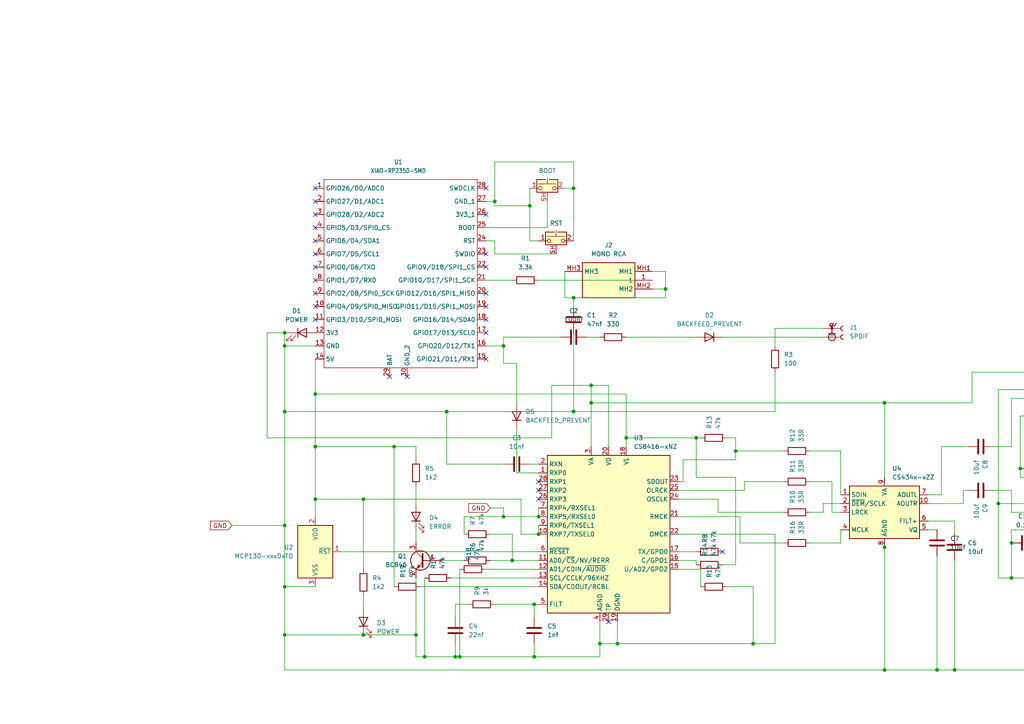
<source format=kicad_sch>
(kicad_sch (version 20231120) (generator "eeschema") (generator_version "8.0")
  (paper "A4")
  (lib_symbols
    (symbol "2466268-1:2466268-1" (pin_names (offset 1.016))
      (property "Reference" "J" (at -6.35 1.524 0))
      (property "Value" "2466268-1" (at -6.604 -6.858 0))
      (symbol "2466268-1_0_0"
        (arc (start -5.715 -3.175) (mid -5.0827 -2.54) (end -5.715 -1.905) (stroke (width 0.254)))
        (arc (start -5.715 -0.635) (mid -5.0827 0) (end -5.715 0.635) (stroke (width 0.254)))
        (circle (center -2.54 -2.54) (radius 0.254) (stroke (width 0.254)))
        (circle (center -2.54 0) (radius 1.016) (stroke (width 0.254)))
        (polyline (pts (xy -3.556 -1.016) (xy -2.54 -1.016)) (stroke (width 0.254)))
        (polyline (pts (xy -3.302 -3.302) (xy -3.81 -4.064)) (stroke (width 0.254)))
        (polyline (pts (xy -2.54 -3.302) (xy -3.302 -3.302)) (stroke (width 0.254)))
        (polyline (pts (xy -2.54 -3.302) (xy -3.048 -4.064)) (stroke (width 0.254)))
        (polyline (pts (xy -2.54 -3.302) (xy -1.778 -3.302)) (stroke (width 0.254)))
        (polyline (pts (xy -2.54 -1.016) (xy -2.54 -3.302)) (stroke (width 0.254)))
        (polyline (pts (xy -2.54 -1.016) (xy -1.524 -1.016)) (stroke (width 0.254)))
        (polyline (pts (xy -1.778 -3.302) (xy -2.286 -4.064)) (stroke (width 0.254)))
        (pin passive line (at 0 0 180) (length 5.08) (name "~") (number "1"))
        (pin power_in line (at 0 -2.54 180) (length 5.08) (name "~") (number "2"))
        (pin power_in line (at 0 -2.54 180) (length 5.08) hide (name "~") (number "3"))
        (pin power_in line (at 0 -2.54 180) (length 5.08) hide (name "~") (number "4"))
        (pin power_in line (at 0 -2.54 180) (length 5.08) hide (name "~") (number "5"))
      )
    )
    (symbol "936:936"
      (property "Reference" "J" (at 21.59 7.62 0))
      (property "Value" "936" (at 21.59 5.08 0))
      (symbol "936_1_1"
        (rectangle (start 5.08 2.54) (end 20.32 -7.62) (stroke (width 0.254)) (fill (type background)))
        (pin passive line (at 25.4 -2.54 180) (length 5.08) (name "1") (number "1"))
        (pin passive line (at 25.4 0 180) (length 5.08) (name "MH1") (number "MH1"))
        (pin passive line (at 25.4 -5.08 180) (length 5.08) (name "MH2") (number "MH2"))
        (pin passive line (at 0 0 0) (length 5.08) (name "MH3") (number "MH3"))
      )
    )
    (symbol "Amplifier_Audio:TPA6203A1DRB"
      (property "Reference" "U" (at -7.62 11.43 0))
      (property "Value" "TPA6203A1DRB" (at 8.89 -11.43 0))
      (symbol "TPA6203A1DRB_0_1"
        (rectangle (start -7.62 10.16) (end 7.62 -10.16) (stroke (width 0.254)) (fill (type background)))
      )
      (symbol "TPA6203A1DRB_1_1"
        (pin input line (at -10.16 0 0) (length 2.54) (name "~{SHUTDOWN}") (number "1"))
        (pin input line (at -10.16 -2.54 0) (length 2.54) (name "BYPASS") (number "2"))
        (pin input line (at -10.16 5.08 0) (length 2.54) (name "IN+") (number "3"))
        (pin input line (at -10.16 7.62 0) (length 2.54) (name "IN-") (number "4"))
        (pin output line (at 10.16 2.54 180) (length 2.54) (name "V_{O+}") (number "5"))
        (pin power_in line (at 0 12.7 270) (length 2.54) (name "V_{DD}") (number "6"))
        (pin power_in line (at 0 -12.7 90) (length 2.54) (name "GND") (number "7"))
        (pin output line (at 10.16 -2.54 180) (length 2.54) (name "V_{O-}") (number "8"))
        (pin passive line (at 0 -12.7 90) (length 2.54) hide (name "GND") (number "9"))
      )
    )
    (symbol "Analog_DAC:CS434x-xZZ"
      (property "Reference" "U" (at -10.16 8.89 0))
      (property "Value" "CS434x-xZZ" (at 6.35 -8.89 0))
      (symbol "CS434x-xZZ_0_1"
        (rectangle (start -10.16 7.62) (end 10.16 -7.62) (stroke (width 0.254)) (fill (type background)))
      )
      (symbol "CS434x-xZZ_1_1"
        (pin input line (at -12.7 5.08 0) (length 2.54) (name "SDIN") (number "1"))
        (pin output line (at 12.7 2.54 180) (length 2.54) (name "AOUTR") (number "10"))
        (pin input line (at -12.7 2.54 0) (length 2.54) (name "~{DEM}/SCLK") (number "2"))
        (pin input line (at -12.7 0 0) (length 2.54) (name "LRCK") (number "3"))
        (pin input line (at -12.7 -5.08 0) (length 2.54) (name "MCLK") (number "4"))
        (pin passive line (at 12.7 -5.08 180) (length 2.54) (name "VQ") (number "5"))
        (pin passive line (at 12.7 -2.54 180) (length 2.54) (name "FILT+") (number "6"))
        (pin output line (at 12.7 5.08 180) (length 2.54) (name "AOUTL") (number "7"))
        (pin power_in line (at 0 -10.16 90) (length 2.54) (name "AGND") (number "8"))
        (pin power_in line (at 0 10.16 270) (length 2.54) (name "VA") (number "9"))
      )
    )
    (symbol "Audio:CS8416-xNZ"
      (property "Reference" "U" (at 12.7 26.67 0))
      (property "Value" "CS8416-xNZ" (at 12.7 24.13 0))
      (symbol "CS8416-xNZ_0_1"
        (rectangle (start -17.78 22.86) (end 17.78 -22.86) (stroke (width 0.254)) (fill (type background)))
      )
      (symbol "CS8416-xNZ_1_1"
        (pin input line (at -20.32 17.78 0) (length 2.54) (name "RXP0") (number "1"))
        (pin input line (at -20.32 0 0) (length 2.54) (name "RXP7/TXSEL0") (number "10"))
        (pin input line (at -20.32 -7.62 0) (length 2.54) (name "AD0/~{CS}/NV/RERR") (number "11"))
        (pin input line (at -20.32 -10.16 0) (length 2.54) (name "AD1/CDIN/~{AUDIO}") (number "12"))
        (pin input line (at -20.32 -12.7 0) (length 2.54) (name "SCL/CCLK/96KHZ") (number "13"))
        (pin bidirectional line (at -20.32 -15.24 0) (length 2.54) (name "SDA/CDOUT/RCBL") (number "14"))
        (pin output line (at 20.32 -10.16 180) (length 2.54) (name "U/AD2/GPO2") (number "15"))
        (pin output line (at 20.32 -7.62 180) (length 2.54) (name "C/GPO1") (number "16"))
        (pin output line (at 20.32 -5.08 180) (length 2.54) (name "TX/GPO0") (number "17"))
        (pin power_in line (at 5.08 25.4 270) (length 2.54) (name "VL") (number "18"))
        (pin power_in line (at 2.54 -25.4 90) (length 2.54) (name "DGND") (number "19"))
        (pin input line (at -20.32 20.32 0) (length 2.54) (name "RXN") (number "2"))
        (pin power_in line (at 0 25.4 270) (length 2.54) (name "VD") (number "20"))
        (pin output line (at 20.32 5.08 180) (length 2.54) (name "RMCK") (number "21"))
        (pin input line (at 20.32 0 180) (length 2.54) (name "OMCK") (number "22"))
        (pin output line (at 20.32 15.24 180) (length 2.54) (name "SDOUT") (number "23"))
        (pin bidirectional line (at 20.32 10.16 180) (length 2.54) (name "OSCLK") (number "24"))
        (pin bidirectional line (at 20.32 12.7 180) (length 2.54) (name "OLRCK") (number "25"))
        (pin input line (at -20.32 10.16 0) (length 2.54) (name "RXP3") (number "26"))
        (pin input line (at -20.32 12.7 0) (length 2.54) (name "RXP2") (number "27"))
        (pin input line (at -20.32 15.24 0) (length 2.54) (name "RXP1") (number "28"))
        (pin power_in line (at 0 -25.4 90) (length 2.54) (name "TP") (number "29"))
        (pin power_in line (at -5.08 25.4 270) (length 2.54) (name "VA") (number "3"))
        (pin power_in line (at -2.54 -25.4 90) (length 2.54) (name "AGND") (number "4"))
        (pin passive line (at -20.32 -20.32 0) (length 2.54) (name "FILT") (number "5"))
        (pin input line (at -20.32 -5.08 0) (length 2.54) (name "~{RESET}") (number "6"))
        (pin input line (at -20.32 7.62 0) (length 2.54) (name "RXP4/RXSEL1") (number "7"))
        (pin input line (at -20.32 5.08 0) (length 2.54) (name "RXP5/RXSEL0") (number "8"))
        (pin input line (at -20.32 2.54 0) (length 2.54) (name "RXP6/TXSEL1") (number "9"))
      )
    )
    (symbol "Connector_Audio:AudioJack3_Ground"
      (property "Reference" "J" (at 0 8.89 0))
      (property "Value" "AudioJack3_Ground" (at 0 6.35 0))
      (symbol "AudioJack3_Ground_0_1"
        (rectangle (start -5.08 -2.54) (end -6.35 -5.08) (stroke (width 0.254)) (fill (type outline)))
        (polyline (pts (xy 0 -2.54) (xy 0.635 -3.175) (xy 1.27 -2.54) (xy 2.54 -2.54)) (stroke (width 0.254)))
        (polyline (pts (xy -1.905 -2.54) (xy -1.27 -3.175) (xy -0.635 -2.54) (xy -0.635 0) (xy 2.54 0)) (stroke (width 0.254)))
        (polyline (pts (xy 2.54 2.54) (xy -2.54 2.54) (xy -2.54 -2.54) (xy -3.175 -3.175) (xy -3.81 -2.54)) (stroke (width 0.254)))
        (rectangle (start 2.54 3.81) (end -5.08 -5.08) (stroke (width 0.254)) (fill (type background)))
      )
      (symbol "AudioJack3_Ground_1_1"
        (pin passive line (at 0 -7.62 90) (length 2.54) (name "~") (number "G"))
        (pin passive line (at 5.08 0 180) (length 2.54) (name "~") (number "R"))
        (pin passive line (at 5.08 2.54 180) (length 2.54) (name "~") (number "S"))
        (pin passive line (at 5.08 -2.54 180) (length 2.54) (name "~") (number "T"))
      )
    )
    (symbol "Device:C" (pin_numbers hide) (pin_names (offset 0.254))
      (property "Reference" "C" (at 0.635 2.54 0))
      (property "Value" "C" (at 0.635 -2.54 0))
      (symbol "C_0_1"
        (polyline (pts (xy -2.032 -0.762) (xy 2.032 -0.762)) (stroke (width 0.508)))
        (polyline (pts (xy -2.032 0.762) (xy 2.032 0.762)) (stroke (width 0.508)))
      )
      (symbol "C_1_1"
        (pin passive line (at 0 3.81 270) (length 2.794) (name "~") (number "1"))
        (pin passive line (at 0 -3.81 90) (length 2.794) (name "~") (number "2"))
      )
    )
    (symbol "Device:D" (pin_numbers hide) (pin_names (offset 1.016) hide)
      (property "Reference" "D" (at 0 2.54 0))
      (property "Value" "D" (at 0 -2.54 0))
      (symbol "D_0_1"
        (polyline (pts (xy -1.27 1.27) (xy -1.27 -1.27)) (stroke (width 0.254)))
        (polyline (pts (xy 1.27 0) (xy -1.27 0)))
        (polyline (pts (xy 1.27 1.27) (xy 1.27 -1.27) (xy -1.27 0) (xy 1.27 1.27)) (stroke (width 0.254)))
      )
      (symbol "D_1_1"
        (pin passive line (at -3.81 0 0) (length 2.54) (name "K") (number "1"))
        (pin passive line (at 3.81 0 180) (length 2.54) (name "A") (number "2"))
      )
    )
    (symbol "Device:LED" (pin_numbers hide) (pin_names (offset 1.016) hide)
      (property "Reference" "D" (at 0 2.54 0))
      (property "Value" "LED" (at 0 -2.54 0))
      (symbol "LED_0_1"
        (polyline (pts (xy -1.27 -1.27) (xy -1.27 1.27)) (stroke (width 0.254)))
        (polyline (pts (xy -1.27 0) (xy 1.27 0)))
        (polyline (pts (xy 1.27 -1.27) (xy 1.27 1.27) (xy -1.27 0) (xy 1.27 -1.27)) (stroke (width 0.254)))
        (polyline (pts (xy -3.048 -0.762) (xy -4.572 -2.286) (xy -3.81 -2.286) (xy -4.572 -2.286) (xy -4.572 -1.524)))
        (polyline (pts (xy -1.778 -0.762) (xy -3.302 -2.286) (xy -2.54 -2.286) (xy -3.302 -2.286) (xy -3.302 -1.524)))
      )
      (symbol "LED_1_1"
        (pin passive line (at -3.81 0 0) (length 2.54) (name "K") (number "1"))
        (pin passive line (at 3.81 0 180) (length 2.54) (name "A") (number "2"))
      )
    )
    (symbol "Device:R" (pin_numbers hide) (pin_names (offset 0))
      (property "Reference" "R" (at 2.032 0 90))
      (property "Value" "R" (at 0 0 90))
      (symbol "R_0_1"
        (rectangle (start -1.016 -2.54) (end 1.016 2.54) (stroke (width 0.254)))
      )
      (symbol "R_1_1"
        (pin passive line (at 0 3.81 270) (length 1.27) (name "~") (number "1"))
        (pin passive line (at 0 -3.81 90) (length 1.27) (name "~") (number "2"))
      )
    )
    (symbol "Power_Supervisor:MCP130-xxxDxTO"
      (property "Reference" "U" (at -5.08 8.89 0))
      (property "Value" "MCP130-xxxDxTO" (at 8.89 8.89 0))
      (symbol "MCP130-xxxDxTO_0_1"
        (rectangle (start 5.08 7.62) (end -5.08 -7.62) (stroke (width 0.254)) (fill (type background)))
        (pin power_in line (at 0 10.16 270) (length 2.54) (name "VDD") (number "2"))
      )
      (symbol "MCP130-xxxDxTO_1_1"
        (pin open_collector line (at 7.62 0 180) (length 2.54) (name "~{RST}") (number "1"))
        (pin power_in line (at 0 -10.16 90) (length 2.54) (name "VSS") (number "3"))
      )
    )
    (symbol "Seeed_Studio_XIAO_Series:XIAO-RP2350-SMD"
      (property "Reference" "U1" (at -0.0381 30.48 0))
      (property "Value" "XIAO-RP2350-SMD" (at -0.0381 27.94 0))
      (symbol "XIAO-RP2350-SMD_0_1"
        (rectangle (start -21.59 25.4) (end 22.86 -29.21))
      )
      (symbol "XIAO-RP2350-SMD_1_0"
        (polyline (pts (xy -22.86 -26.67) (xy -21.59 -26.67)) (stroke (width 0.1524)))
        (polyline (pts (xy -22.86 -22.86) (xy -21.59 -22.86)) (stroke (width 0.1524)))
        (polyline (pts (xy -22.86 -19.05) (xy -21.59 -19.05)) (stroke (width 0.1524)))
        (polyline (pts (xy -22.86 -15.24) (xy -21.59 -15.24)) (stroke (width 0.1524)))
        (polyline (pts (xy -22.86 -11.43) (xy -21.59 -11.43)) (stroke (width 0.1524)))
        (polyline (pts (xy -22.86 -7.62) (xy -21.59 -7.62)) (stroke (width 0.1524)))
        (polyline (pts (xy -22.86 -3.81) (xy -21.59 -3.81)) (stroke (width 0.1524)))
        (polyline (pts (xy -21.59 0) (xy -22.86 0)) (stroke (width 0.1524)))
        (polyline (pts (xy -21.59 3.81) (xy -22.86 3.81)) (stroke (width 0.1524)))
        (polyline (pts (xy -21.59 7.62) (xy -22.86 7.62)) (stroke (width 0.1524)))
        (polyline (pts (xy -21.59 11.43) (xy -22.86 11.43)) (stroke (width 0.1524)))
        (polyline (pts (xy -21.59 15.24) (xy -22.86 15.24)) (stroke (width 0.1524)))
        (polyline (pts (xy -21.59 19.05) (xy -22.86 19.05)) (stroke (width 0.1524)))
        (polyline (pts (xy -21.59 22.86) (xy -22.86 22.86)) (stroke (width 0.1524)))
        (pin passive line (at -24.13 22.86 0) (length 2.54) (name "GPIO26/D0/ADC0") (number "1"))
        (pin passive line (at -24.13 -11.43 0) (length 2.54) (name "GPIO4/D9/SPI0_MISO") (number "10"))
        (pin passive line (at -24.13 -15.24 0) (length 2.54) (name "GPIO3/D10/SPI0_MOSI") (number "11"))
        (pin passive line (at -24.13 -19.05 0) (length 2.54) (name "3V3") (number "12"))
        (pin passive line (at -24.13 -22.86 0) (length 2.54) (name "GND") (number "13"))
        (pin passive line (at -24.13 -26.67 0) (length 2.54) (name "5V") (number "14"))
        (pin passive line (at -24.13 19.05 0) (length 2.54) (name "GPIO27/D1/ADC1") (number "2"))
        (pin passive line (at -24.13 15.24 0) (length 2.54) (name "GPIO28/D2/ADC2") (number "3"))
        (pin passive line (at -24.13 11.43 0) (length 2.54) (name "GPIO5/D3/SPI0_CS") (number "4"))
        (pin passive line (at -24.13 7.62 0) (length 2.54) (name "GPIO6/D4/SDA1") (number "5"))
        (pin passive line (at -24.13 3.81 0) (length 2.54) (name "GPIO7/D5/SCL1") (number "6"))
        (pin passive line (at -24.13 0 0) (length 2.54) (name "GPIO0/D6/TXO") (number "7"))
        (pin passive line (at -24.13 -3.81 0) (length 2.54) (name "GPIO1/D7/RX0") (number "8"))
        (pin passive line (at -24.13 -7.62 0) (length 2.54) (name "GPIO2/D8/SPI0_SCK") (number "9"))
      )
      (symbol "XIAO-RP2350-SMD_1_1"
        (pin passive line (at 25.4 -26.67 180) (length 2.54) (name "GPIO21/D11/RX1") (number "15"))
        (pin passive line (at 25.4 -22.86 180) (length 2.54) (name "GPIO20/D12/TX1") (number "16"))
        (pin passive line (at 25.4 -19.05 180) (length 2.54) (name "GPIO17/D13/SCL0") (number "17"))
        (pin passive line (at 25.4 -15.24 180) (length 2.54) (name "GPIO16/D14/SDA0") (number "18"))
        (pin passive line (at 25.4 -11.43 180) (length 2.54) (name "GPIO11/D15/SPI1_MOSI") (number "19"))
        (pin passive line (at 25.4 -7.62 180) (length 2.54) (name "GPIO12/D16/SPI1_MISO") (number "20"))
        (pin passive line (at 25.4 -3.81 180) (length 2.54) (name "GPIO10/D17/SPI1_SCK") (number "21"))
        (pin passive line (at 25.4 0 180) (length 2.54) (name "GPIO9/D18/SPI1_CS") (number "22"))
        (pin passive line (at 25.4 3.81 180) (length 2.54) (name "SWDIO") (number "23"))
        (pin passive line (at 25.4 7.62 180) (length 2.54) (name "RST") (number "24"))
        (pin passive line (at 25.4 11.43 180) (length 2.54) (name "BOOT") (number "25"))
        (pin passive line (at 25.4 15.24 180) (length 2.54) (name "3V3_1") (number "26"))
        (pin passive line (at 25.4 19.05 180) (length 2.54) (name "GND_1") (number "27"))
        (pin passive line (at 25.4 22.86 180) (length 2.54) (name "SWDCLK") (number "28"))
        (pin passive line (at -2.54 -31.75 90) (length 2.54) (name "BAT") (number "29"))
        (pin passive line (at 2.54 -31.75 90) (length 2.54) (name "GND_2") (number "30"))
      )
    )
    (symbol "Switch:CK_KMS2xxG" (pin_names (offset 1.016) hide)
      (property "Reference" "SW" (at 4.318 2.032 0))
      (property "Value" "CK_KMS2xxG" (at 0 4.572 0))
      (symbol "CK_KMS2xxG_0_1"
        (circle (center -2.032 0) (radius 0.508))
        (polyline (pts (xy 0 1.27) (xy 0 3.048)))
        (polyline (pts (xy 2.54 1.27) (xy -2.54 1.27)))
        (polyline (pts (xy 0.508 2.54) (xy 3.048 2.54) (xy 3.048 -1.143) (xy -3.048 -1.143) (xy -3.048 2.54) (xy -0.508 2.54)) (stroke (width -0.0254)))
        (polyline (pts (xy 0.508 2.54) (xy 3.048 2.54) (xy 3.048 -1.143) (xy -3.048 -1.143) (xy -3.048 2.54) (xy -0.508 2.54)) (stroke (width 0.254)))
        (circle (center 2.032 0) (radius 0.508))
        (pin passive line (at -5.08 0 0) (length 2.54) (name "1") (number "1"))
        (pin passive line (at 5.08 0 180) (length 2.54) (name "2") (number "2"))
      )
      (symbol "CK_KMS2xxG_1_1"
        (rectangle (start -3.048 2.54) (end 3.048 -1.27) (stroke (width -0.0254)) (fill (type background)))
        (pin passive line (at 0 -3.81 90) (length 2.54) (name "B") (number "SH"))
      )
    )
    (symbol "Transistor_BJT:BC846" (pin_names (offset 0) hide)
      (property "Reference" "Q" (at 5.08 1.905 0))
      (property "Value" "BC846" (at 5.08 0 0))
      (symbol "BC846_0_1"
        (polyline (pts (xy 0.635 0.635) (xy 2.54 2.54)))
        (polyline (pts (xy 0.635 -0.635) (xy 2.54 -2.54) (xy 2.54 -2.54)))
        (polyline (pts (xy 0.635 1.905) (xy 0.635 -1.905) (xy 0.635 -1.905)) (stroke (width 0.508)))
        (polyline (pts (xy 1.27 -1.778) (xy 1.778 -1.27) (xy 2.286 -2.286) (xy 1.27 -1.778) (xy 1.27 -1.778)) (fill (type outline)))
        (circle (center 1.27 0) (radius 2.8194) (stroke (width 0.254)))
      )
      (symbol "BC846_1_1"
        (pin input line (at -5.08 0 0) (length 5.715) (name "B") (number "1"))
        (pin passive line (at 2.54 -5.08 90) (length 2.54) (name "E") (number "2"))
        (pin passive line (at 2.54 5.08 270) (length 2.54) (name "C") (number "3"))
      )
    )
  )
  (junction (at 82.55 184.15))
  (junction (at 82.55 170.18))
  (junction (at 143.51 58.42))
  (junction (at 293.37 167.64))
  (junction (at 120.65 184.15))
  (junction (at 133.35 190.5))
  (junction (at 166.37 86.36))
  (junction (at 91.44 129.54))
  (junction (at 293.37 157.48))
  (junction (at 276.86 194.31))
  (junction (at 132.08 190.5))
  (junction (at 123.19 190.5))
  (junction (at 82.55 96.52))
  (junction (at 193.04 83.82))
  (junction (at 148.59 162.56))
  (junction (at 114.3 129.54))
  (junction (at 153.67 59.69))
  (junction (at 91.44 114.3))
  (junction (at 308.61 107.95))
  (junction (at 256.54 158.75))
  (junction (at 146.05 149.86))
  (junction (at 82.55 100.33))
  (junction (at 154.94 190.5))
  (junction (at 173.99 186.69))
  (junction (at 171.45 116.84))
  (junction (at 309.88 167.64))
  (junction (at 306.07 167.64))
  (junction (at 256.54 194.31))
  (junction (at 154.94 175.26))
  (junction (at 271.78 194.31))
  (junction (at 181.61 127))
  (junction (at 156.21 154.94))
  (junction (at 105.41 184.15))
  (junction (at 82.55 152.4))
  (junction (at 91.44 144.78))
  (junction (at 179.07 186.69))
  (junction (at 325.12 156.21))
  (junction (at 82.55 119.38))
  (junction (at 256.54 116.84))
  (junction (at 306.07 138.43))
  (junction (at 295.91 135.89))
  (junction (at 218.44 186.69))
  (junction (at 146.05 100.33))
  (junction (at 105.41 144.78))
  (junction (at 289.56 146.05))
  (junction (at 356.87 128.27))
  (junction (at 213.36 130.81))
  (junction (at 201.93 127))
  (junction (at 156.21 149.86))
  (junction (at 166.37 54.61))
  (junction (at 171.45 111.76))
  (junction (at 129.54 119.38))
  (junction (at 325.12 167.64))
  (junction (at 166.37 119.38))
  (no_connect (at 140.97 92.71))
  (no_connect (at 91.44 77.47))
  (no_connect (at 156.21 142.24))
  (no_connect (at 156.21 144.78))
  (no_connect (at 91.44 81.28))
  (no_connect (at 140.97 54.61))
  (no_connect (at 140.97 96.52))
  (no_connect (at 140.97 104.14))
  (no_connect (at 91.44 62.23))
  (no_connect (at 140.97 62.23))
  (no_connect (at 140.97 88.9))
  (no_connect (at 176.53 180.34))
  (no_connect (at 209.55 160.02))
  (no_connect (at 140.97 85.09))
  (no_connect (at 91.44 85.09))
  (no_connect (at 91.44 66.04))
  (no_connect (at 91.44 54.61))
  (no_connect (at 140.97 77.47))
  (no_connect (at 91.44 58.42))
  (no_connect (at 118.11 109.22))
  (no_connect (at 140.97 73.66))
  (no_connect (at 113.03 109.22))
  (no_connect (at 91.44 73.66))
  (no_connect (at 156.21 139.7))
  (no_connect (at 91.44 69.85))
  (no_connect (at 91.44 88.9))
  (no_connect (at 91.44 92.71))
  (wire (pts (xy 134.62 154.94) (xy 134.62 149.86)))
  (wire (pts (xy 288.29 129.54) (xy 293.37 129.54)))
  (wire (pts (xy 214.63 149.86) (xy 214.63 157.48)))
  (wire (pts (xy 196.85 162.56) (xy 201.93 162.56)))
  (wire (pts (xy 82.55 100.33) (xy 82.55 119.38)))
  (wire (pts (xy 306.07 133.35) (xy 306.07 138.43)))
  (wire (pts (xy 281.94 116.84) (xy 281.94 107.95)))
  (wire (pts (xy 280.67 129.54) (xy 273.05 129.54)))
  (wire (pts (xy 367.03 106.68) (xy 367.03 123.19)))
  (wire (pts (xy 171.45 116.84) (xy 171.45 129.54)))
  (wire (pts (xy 67.31 152.4) (xy 82.55 152.4)))
  (wire (pts (xy 289.56 146.05) (xy 289.56 167.64)))
  (wire (pts (xy 146.05 147.32) (xy 146.05 149.86)))
  (wire (pts (xy 243.84 157.48) (xy 243.84 153.67)))
  (wire (pts (xy 128.27 162.56) (xy 134.62 162.56)))
  (wire (pts (xy 309.88 167.64) (xy 309.88 166.37)))
  (wire (pts (xy 146.05 97.79) (xy 162.56 97.79)))
  (wire (pts (xy 325.12 156.21) (xy 320.04 156.21)))
  (wire (pts (xy 143.51 58.42) (xy 140.97 58.42)))
  (wire (pts (xy 335.28 118.11) (xy 347.98 118.11)))
  (wire (pts (xy 91.44 144.78) (xy 105.41 144.78)))
  (wire (pts (xy 356.87 167.64) (xy 325.12 167.64)))
  (wire (pts (xy 132.08 175.26) (xy 135.89 175.26)))
  (wire (pts (xy 276.86 151.13) (xy 276.86 154.94)))
  (wire (pts (xy 166.37 86.36) (xy 166.37 88.9)))
  (wire (pts (xy 143.51 69.85) (xy 140.97 69.85)))
  (wire (pts (xy 361.95 118.11) (xy 361.95 115.57)))
  (wire (pts (xy 143.51 46.99) (xy 166.37 46.99)))
  (wire (pts (xy 196.85 160.02) (xy 201.93 160.02)))
  (wire (pts (xy 105.41 184.15) (xy 120.65 184.15)))
  (wire (pts (xy 140.97 81.28) (xy 148.59 81.28)))
  (wire (pts (xy 289.56 146.05) (xy 299.72 146.05)))
  (wire (pts (xy 82.55 119.38) (xy 129.54 119.38)))
  (wire (pts (xy 215.9 142.24) (xy 196.85 142.24)))
  (wire (pts (xy 273.05 129.54) (xy 273.05 143.51)))
  (wire (pts (xy 209.55 97.79) (xy 238.76 97.79)))
  (wire (pts (xy 171.45 111.76) (xy 171.45 116.84)))
  (wire (pts (xy 295.91 135.89) (xy 295.91 138.43)))
  (wire (pts (xy 271.78 161.29) (xy 271.78 194.31)))
  (wire (pts (xy 271.78 194.31) (xy 276.86 194.31)))
  (wire (pts (xy 303.53 135.89) (xy 298.45 135.89)))
  (wire (pts (xy 133.35 190.5) (xy 154.94 190.5)))
  (wire (pts (xy 149.86 124.46) (xy 149.86 137.16)))
  (wire (pts (xy 243.84 130.81) (xy 243.84 143.51)))
  (wire (pts (xy 151.13 154.94) (xy 156.21 154.94)))
  (wire (pts (xy 241.3 139.7) (xy 241.3 148.59)))
  (wire (pts (xy 203.2 165.1) (xy 203.2 170.18)))
  (wire (pts (xy 327.66 118.11) (xy 318.77 118.11)))
  (wire (pts (xy 325.12 123.19) (xy 325.12 156.21)))
  (wire (pts (xy 142.24 154.94) (xy 148.59 154.94)))
  (wire (pts (xy 213.36 163.83) (xy 213.36 138.43)))
  (wire (pts (xy 293.37 157.48) (xy 293.37 167.64)))
  (wire (pts (xy 105.41 144.78) (xy 105.41 165.1)))
  (wire (pts (xy 227.33 130.81) (xy 213.36 130.81)))
  (wire (pts (xy 209.55 163.83) (xy 213.36 163.83)))
  (wire (pts (xy 367.03 123.19) (xy 361.95 123.19)))
  (wire (pts (xy 143.51 73.66) (xy 143.51 69.85)))
  (wire (pts (xy 82.55 170.18) (xy 82.55 184.15)))
  (wire (pts (xy 215.9 139.7) (xy 215.9 142.24)))
  (wire (pts (xy 146.05 134.62) (xy 129.54 134.62)))
  (wire (pts (xy 293.37 115.57) (xy 298.45 115.57)))
  (wire (pts (xy 82.55 119.38) (xy 82.55 152.4)))
  (wire (pts (xy 256.54 116.84) (xy 281.94 116.84)))
  (wire (pts (xy 154.94 190.5) (xy 173.99 190.5)))
  (wire (pts (xy 158.75 66.04) (xy 158.75 58.42)))
  (wire (pts (xy 120.65 129.54) (xy 114.3 129.54)))
  (wire (pts (xy 306.07 167.64) (xy 309.88 167.64)))
  (wire (pts (xy 271.78 153.67) (xy 269.24 153.67)))
  (wire (pts (xy 132.08 190.5) (xy 133.35 190.5)))
  (wire (pts (xy 163.83 78.74) (xy 163.83 86.36)))
  (wire (pts (xy 238.76 146.05) (xy 243.84 146.05)))
  (wire (pts (xy 181.61 127) (xy 181.61 129.54)))
  (wire (pts (xy 325.12 167.64) (xy 309.88 167.64)))
  (wire (pts (xy 214.63 157.48) (xy 227.33 157.48)))
  (wire (pts (xy 91.44 144.78) (xy 91.44 149.86)))
  (wire (pts (xy 120.65 140.97) (xy 120.65 146.05)))
  (wire (pts (xy 193.04 83.82) (xy 189.23 83.82)))
  (wire (pts (xy 149.86 137.16) (xy 156.21 137.16)))
  (wire (pts (xy 77.47 96.52) (xy 77.47 127)))
  (wire (pts (xy 224.79 95.25) (xy 238.76 95.25)))
  (wire (pts (xy 114.3 129.54) (xy 91.44 129.54)))
  (wire (pts (xy 218.44 170.18) (xy 218.44 186.69)))
  (wire (pts (xy 91.44 129.54) (xy 91.44 144.78)))
  (wire (pts (xy 154.94 175.26) (xy 156.21 175.26)))
  (wire (pts (xy 269.24 151.13) (xy 276.86 151.13)))
  (wire (pts (xy 142.24 147.32) (xy 146.05 147.32)))
  (wire (pts (xy 160.02 111.76) (xy 171.45 111.76)))
  (wire (pts (xy 91.44 170.18) (xy 82.55 170.18)))
  (wire (pts (xy 314.96 107.95) (xy 308.61 107.95)))
  (wire (pts (xy 193.04 78.74) (xy 193.04 83.82)))
  (wire (pts (xy 82.55 96.52) (xy 82.55 100.33)))
  (wire (pts (xy 208.28 144.78) (xy 196.85 144.78)))
  (wire (pts (xy 256.54 158.75) (xy 256.54 194.31)))
  (wire (pts (xy 201.93 138.43) (xy 201.93 127)))
  (wire (pts (xy 328.93 151.13) (xy 320.04 151.13)))
  (wire (pts (xy 173.99 186.69) (xy 179.07 186.69)))
  (wire (pts (xy 298.45 120.65) (xy 295.91 120.65)))
  (wire (pts (xy 120.65 184.15) (xy 120.65 190.5)))
  (wire (pts (xy 105.41 172.72) (xy 105.41 176.53)))
  (wire (pts (xy 163.83 86.36) (xy 166.37 86.36)))
  (wire (pts (xy 140.97 100.33) (xy 146.05 100.33)))
  (wire (pts (xy 82.55 152.4) (xy 82.55 170.18)))
  (wire (pts (xy 181.61 97.79) (xy 201.93 97.79)))
  (wire (pts (xy 234.95 157.48) (xy 243.84 157.48)))
  (wire (pts (xy 77.47 127) (xy 160.02 127)))
  (wire (pts (xy 114.3 170.18) (xy 114.3 129.54)))
  (wire (pts (xy 105.41 144.78) (xy 151.13 144.78)))
  (wire (pts (xy 166.37 46.99) (xy 166.37 54.61)))
  (wire (pts (xy 238.76 148.59) (xy 238.76 146.05)))
  (wire (pts (xy 293.37 142.24) (xy 293.37 148.59)))
  (wire (pts (xy 224.79 154.94) (xy 224.79 186.69)))
  (wire (pts (xy 198.12 133.35) (xy 198.12 139.7)))
  (wire (pts (xy 289.56 113.03) (xy 289.56 146.05)))
  (wire (pts (xy 347.98 106.68) (xy 367.03 106.68)))
  (wire (pts (xy 361.95 120.65) (xy 364.49 120.65)))
  (wire (pts (xy 82.55 184.15) (xy 105.41 184.15)))
  (wire (pts (xy 170.18 97.79) (xy 173.99 97.79)))
  (wire (pts (xy 295.91 138.43) (xy 306.07 138.43)))
  (wire (pts (xy 196.85 154.94) (xy 224.79 154.94)))
  (wire (pts (xy 123.19 167.64) (xy 123.19 190.5)))
  (wire (pts (xy 314.96 140.97) (xy 314.96 107.95)))
  (wire (pts (xy 134.62 149.86) (xy 146.05 149.86)))
  (wire (pts (xy 293.37 129.54) (xy 293.37 115.57)))
  (wire (pts (xy 213.36 133.35) (xy 198.12 133.35)))
  (wire (pts (xy 156.21 147.32) (xy 156.21 149.86)))
  (wire (pts (xy 146.05 105.41) (xy 146.05 100.33)))
  (wire (pts (xy 181.61 114.3) (xy 181.61 127)))
  (wire (pts (xy 234.95 130.81) (xy 243.84 130.81)))
  (wire (pts (xy 129.54 134.62) (xy 129.54 119.38)))
  (wire (pts (xy 91.44 114.3) (xy 181.61 114.3)))
  (wire (pts (xy 256.54 138.43) (xy 256.54 116.84)))
  (wire (pts (xy 213.36 138.43) (xy 201.93 138.43)))
  (wire (pts (xy 143.51 175.26) (xy 154.94 175.26)))
  (wire (pts (xy 201.93 127) (xy 203.2 127)))
  (wire (pts (xy 146.05 97.79) (xy 146.05 100.33)))
  (wire (pts (xy 142.24 162.56) (xy 148.59 162.56)))
  (wire (pts (xy 227.33 139.7) (xy 215.9 139.7)))
  (wire (pts (xy 148.59 162.56) (xy 156.21 162.56)))
  (wire (pts (xy 82.55 96.52) (xy 83.82 96.52)))
  (wire (pts (xy 161.29 73.66) (xy 143.51 73.66)))
  (wire (pts (xy 295.91 120.65) (xy 295.91 135.89)))
  (wire (pts (xy 91.44 104.14) (xy 91.44 114.3)))
  (wire (pts (xy 193.04 83.82) (xy 193.04 86.36)))
  (wire (pts (xy 82.55 184.15) (xy 82.55 194.31)))
  (wire (pts (xy 210.82 170.18) (xy 218.44 170.18)))
  (wire (pts (xy 213.36 127) (xy 213.36 130.81)))
  (wire (pts (xy 256.54 194.31) (xy 271.78 194.31)))
  (wire (pts (xy 156.21 81.28) (xy 189.23 81.28)))
  (wire (pts (xy 234.95 139.7) (xy 241.3 139.7)))
  (wire (pts (xy 280.67 142.24) (xy 279.4 142.24)))
  (wire (pts (xy 213.36 130.81) (xy 213.36 133.35)))
  (wire (pts (xy 189.23 78.74) (xy 193.04 78.74)))
  (wire (pts (xy 293.37 153.67) (xy 293.37 157.48)))
  (wire (pts (xy 130.81 167.64) (xy 156.21 167.64)))
  (wire (pts (xy 179.07 180.34) (xy 179.07 186.69)))
  (wire (pts (xy 281.94 107.95) (xy 308.61 107.95)))
  (wire (pts (xy 256.54 157.48) (xy 256.54 158.75)))
  (wire (pts (xy 166.37 119.38) (xy 224.79 119.38)))
  (wire (pts (xy 82.55 194.31) (xy 256.54 194.31)))
  (wire (pts (xy 121.92 170.18) (xy 156.21 170.18)))
  (wire (pts (xy 153.67 54.61) (xy 153.67 59.69)))
  (wire (pts (xy 208.28 148.59) (xy 208.28 144.78)))
  (wire (pts (xy 120.65 190.5) (xy 123.19 190.5)))
  (wire (pts (xy 298.45 135.89) (xy 298.45 123.19)))
  (wire (pts (xy 173.99 186.69) (xy 173.99 180.34)))
  (wire (pts (xy 133.35 165.1) (xy 133.35 190.5)))
  (wire (pts (xy 153.67 59.69) (xy 153.67 69.85)))
  (wire (pts (xy 308.61 133.35) (xy 306.07 133.35)))
  (wire (pts (xy 279.4 146.05) (xy 269.24 146.05)))
  (wire (pts (xy 143.51 59.69) (xy 143.51 58.42)))
  (wire (pts (xy 129.54 119.38) (xy 166.37 119.38)))
  (wire (pts (xy 179.07 186.69) (xy 218.44 186.69)))
  (wire (pts (xy 146.05 149.86) (xy 156.21 149.86)))
  (wire (pts (xy 154.94 179.07) (xy 154.94 175.26)))
  (wire (pts (xy 210.82 127) (xy 213.36 127)))
  (wire (pts (xy 298.45 113.03) (xy 289.56 113.03)))
  (wire (pts (xy 309.88 194.31) (xy 276.86 194.31)))
  (wire (pts (xy 160.02 127) (xy 160.02 111.76)))
  (wire (pts (xy 299.72 157.48) (xy 299.72 156.21)))
  (wire (pts (xy 176.53 111.76) (xy 176.53 129.54)))
  (wire (pts (xy 276.86 162.56) (xy 276.86 194.31)))
  (wire (pts (xy 140.97 66.04) (xy 158.75 66.04)))
  (wire (pts (xy 218.44 186.69) (xy 224.79 186.69)))
  (wire (pts (xy 173.99 190.5) (xy 173.99 186.69)))
  (wire (pts (xy 299.72 153.67) (xy 293.37 153.67)))
  (wire (pts (xy 196.85 165.1) (xy 203.2 165.1)))
  (wire (pts (xy 132.08 186.69) (xy 132.08 190.5)))
  (wire (pts (xy 293.37 148.59) (xy 299.72 148.59)))
  (wire (pts (xy 123.19 190.5) (xy 132.08 190.5)))
  (wire (pts (xy 153.67 69.85) (xy 156.21 69.85)))
  (wire (pts (xy 120.65 133.35) (xy 120.65 129.54)))
  (wire (pts (xy 166.37 69.85) (xy 166.37 54.61)))
  (wire (pts (xy 151.13 144.78) (xy 151.13 154.94)))
  (wire (pts (xy 361.95 115.57) (xy 356.87 115.57)))
  (wire (pts (xy 166.37 54.61) (xy 163.83 54.61)))
  (wire (pts (xy 132.08 179.07) (xy 132.08 175.26)))
  (wire (pts (xy 201.93 162.56) (xy 201.93 163.83)))
  (wire (pts (xy 143.51 58.42) (xy 143.51 46.99)))
  (wire (pts (xy 347.98 118.11) (xy 347.98 106.68)))
  (wire (pts (xy 364.49 120.65) (xy 364.49 151.13)))
  (wire (pts (xy 241.3 148.59) (xy 243.84 148.59)))
  (wire (pts (xy 196.85 149.86) (xy 214.63 149.86)))
  (wire (pts (xy 309.88 167.64) (xy 309.88 194.31)))
  (wire (pts (xy 256.54 116.84) (xy 171.45 116.84)))
  (wire (pts (xy 77.47 96.52) (xy 82.55 96.52)))
  (wire (pts (xy 293.37 167.64) (xy 306.07 167.64)))
  (wire (pts (xy 149.86 116.84) (xy 149.86 105.41)))
  (wire (pts (xy 234.95 148.59) (xy 238.76 148.59)))
  (wire (pts (xy 300.99 157.48) (xy 299.72 157.48)))
  (wire (pts (xy 82.55 100.33) (xy 91.44 100.33)))
  (wire (pts (xy 156.21 152.4) (xy 156.21 154.94)))
  (wire (pts (xy 224.79 100.33) (xy 224.79 95.25)))
  (wire (pts (xy 166.37 86.36) (xy 193.04 86.36)))
  (wire (pts (xy 154.94 186.69) (xy 154.94 190.5)))
  (wire (pts (xy 288.29 142.24) (xy 293.37 142.24)))
  (wire (pts (xy 279.4 142.24) (xy 279.4 146.05)))
  (wire (pts (xy 325.12 156.21) (xy 325.12 167.64)))
  (wire (pts (xy 120.65 167.64) (xy 120.65 184.15)))
  (wire (pts (xy 356.87 128.27) (xy 356.87 167.64)))
  (wire (pts (xy 224.79 107.95) (xy 224.79 119.38)))
  (wire (pts (xy 273.05 143.51) (xy 269.24 143.51)))
  (wire (pts (xy 356.87 115.57) (xy 356.87 128.27)))
  (wire (pts (xy 153.67 134.62) (xy 156.21 134.62)))
  (wire (pts (xy 171.45 111.76) (xy 176.53 111.76)))
  (wire (pts (xy 318.77 123.19) (xy 325.12 123.19)))
  (wire (pts (xy 149.86 105.41) (xy 146.05 105.41)))
  (wire (pts (xy 148.59 154.94) (xy 148.59 162.56)))
  (wire (pts (xy 309.88 140.97) (xy 314.96 140.97)))
  (wire (pts (xy 120.65 153.67) (xy 120.65 157.48)))
  (wire (pts (xy 198.12 139.7) (xy 196.85 139.7)))
  (wire (pts (xy 227.33 148.59) (xy 208.28 148.59)))
  (wire (pts (xy 306.07 138.43) (xy 306.07 167.64)))
  (wire (pts (xy 364.49 151.13) (xy 336.55 151.13)))
  (wire (pts (xy 166.37 96.52) (xy 166.37 119.38)))
  (wire (pts (xy 91.44 114.3) (xy 91.44 129.54)))
  (wire (pts (xy 181.61 127) (xy 201.93 127)))
  (wire (pts (xy 153.67 59.69) (xy 143.51 59.69)))
  (wire (pts (xy 140.97 165.1) (xy 156.21 165.1)))
  (wire (pts (xy 289.56 167.64) (xy 293.37 167.64)))
  (wire (pts (xy 99.06 160.02) (xy 156.21 160.02)))
  (global_label "GND" (shape input) (at 142.24 147.32 180) (property "Intersheetrefs" "${INTERSHEET_REFS}" (effects (hide yes))))
  (global_label "GND" (shape input) (at 67.31 152.4 180) (property "Intersheetrefs" "${INTERSHEET_REFS}" (effects (hide yes))))
  (symbol (lib_id "Device:C") (at 166.37 92.71 0) (unit 1)
    (property "Reference" "C1" (at 170.18 91.4399 0) (effects (justify left)))
    (property "Value" "47nf" (at 170.18 93.9799 0) (effects (justify left)))
    (property "Footprint" "Capacitor_SMD:C_0402_1005Metric" (effects (hide yes)))
    (property "Description" "Unpolarized capacitor" (effects (hide yes)))
  )
  (symbol (lib_id "Device:C") (at 297.18 157.48 270) (unit 1)
    (property "Reference" "C10" (at 297.18 149.7343 90))
    (property "Value" "0.1uf" (at 297.18 152.2743 90))
    (property "Footprint" "Capacitor_SMD:C_0402_1005Metric" (effects (hide yes)))
    (property "Description" "Unpolarized capacitor" (effects (hide yes)))
  )
  (symbol (lib_id "Device:R") (at 207.01 127 270) (unit 1)
    (property "Reference" "R13" (at 205.7399 124.46 0) (effects (justify right)))
    (property "Value" "47k" (at 208.2799 124.46 0) (effects (justify right)))
    (property "Footprint" "Resistor_SMD:R_0402_1005Metric" (effects (hide yes)))
    (property "Description" "Resistor" (effects (hide yes)))
  )
  (symbol (lib_id "Amplifier_Audio:TPA6203A1DRB") (at 309.88 153.67 0) (unit 1)
    (property "Reference" "RIGHT1" (at 312.0741 138.43 0) (effects (justify left)))
    (property "Value" "TPA6203A1DRB" (at 312.0741 140.97 0) (effects (justify left)))
    (property "Footprint" "Package_DFN_QFN:Texas_DRB0008A" (effects (hide yes)))
    (property "Datasheet" "https://www.ti.com/lit/ds/symlink/tpa6203a1.pdf" (effects (hide yes)))
    (property "Description" "1.25W, Mono, Differential Audio Amplifier, VSON-8" (effects (hide yes)))
  )
  (symbol (lib_id "Device:R") (at 231.14 130.81 270) (unit 1)
    (property "Reference" "R12" (at 229.8699 128.27 0) (effects (justify right)))
    (property "Value" "33R" (at 232.4099 128.27 0) (effects (justify right)))
    (property "Footprint" "Resistor_SMD:R_0402_1005Metric" (effects (hide yes)))
    (property "Description" "Resistor" (effects (hide yes)))
  )
  (symbol (lib_id "Device:R") (at 127 167.64 270) (unit 1)
    (property "Reference" "R17" (at 125.7299 165.1 0) (effects (justify right)))
    (property "Value" "47k" (at 128.2699 165.1 0) (effects (justify right)))
    (property "Footprint" "Resistor_SMD:R_0402_1005Metric" (effects (hide yes)))
    (property "Description" "Resistor" (effects (hide yes)))
  )
  (symbol (lib_id "Analog_DAC:CS434x-xZZ") (at 256.54 148.59 0) (unit 1)
    (property "Reference" "U4" (at 258.7341 135.89 0) (effects (justify left)))
    (property "Value" "CS434x-xZZ" (at 258.7341 138.43 0) (effects (justify left)))
    (property "Footprint" "Package_SO:TSSOP-10_3x3mm_P0.5mm" (effects (hide yes)))
    (property "Datasheet" "https://statics.cirrus.com/pubs/proDatasheet/CS4344-45-48_F2.pdf" (effects (hide yes)))
    (property "Description" "24-Bit, 192-kHz Stereo D/A Converter, TSSOP-10" (effects (hide yes)))
  )
  (symbol (lib_id "Device:C") (at 332.74 151.13 90) (unit 1)
    (property "Reference" "C13" (at 332.74 143.51 90))
    (property "Value" "10uf" (at 332.74 146.05 90))
    (property "Footprint" "Capacitor_SMD:C_0402_1005Metric" (effects (hide yes)))
    (property "Description" "Unpolarized capacitor" (effects (hide yes)))
  )
  (symbol (lib_id "Switch:CK_KMS2xxG") (at 161.29 69.85 0) (unit 1)
    (property "Reference" "RST1" (effects (hide yes)))
    (property "Value" "RST" (at 161.29 64.77 0))
    (property "Footprint" "Button_Switch_SMD:SW_SPST_CK_KMS2xxGP" (effects (hide yes)))
    (property "Datasheet" "https://www.ckswitches.com/media/1482/kms.pdf" (effects (hide yes)))
    (property "Description" "Microminiature SMT Side Actuated, 4.2 x 2.8 x 1.42mm, without pegs, with shield pin" (effects (hide yes)))
  )
  (symbol (lib_id "Device:R") (at 120.65 137.16 180) (unit 1)
    (property "Reference" "R5" (at 123.19 135.8899 0) (effects (justify right)))
    (property "Value" "1k2" (at 123.19 138.4299 0) (effects (justify right)))
    (property "Footprint" "Resistor_SMD:R_0402_1005Metric" (effects (hide yes)))
    (property "Description" "Resistor" (effects (hide yes)))
  )
  (symbol (lib_id "Device:C") (at 132.08 182.88 0) (unit 1)
    (property "Reference" "C4" (at 135.89 181.6099 0) (effects (justify left)))
    (property "Value" "22nf" (at 135.89 184.1499 0) (effects (justify left)))
    (property "Footprint" "Capacitor_SMD:C_0402_1005Metric" (effects (hide yes)))
    (property "Description" "Unpolarized capacitor" (effects (hide yes)))
  )
  (symbol (lib_id "Device:C") (at 284.48 142.24 270) (unit 1)
    (property "Reference" "C9" (at 285.7501 146.05 0) (effects (justify left)))
    (property "Value" "10uf" (at 283.2101 146.05 0) (effects (justify left)))
    (property "Footprint" "Capacitor_SMD:C_0402_1005Metric" (effects (hide yes)))
    (property "Description" "Unpolarized capacitor" (effects (hide yes)))
  )
  (symbol (lib_id "Device:R") (at 231.14 148.59 270) (unit 1)
    (property "Reference" "R10" (at 229.8699 146.05 0) (effects (justify right)))
    (property "Value" "33R" (at 232.4099 146.05 0) (effects (justify right)))
    (property "Footprint" "Resistor_SMD:R_0402_1005Metric" (effects (hide yes)))
    (property "Description" "Resistor" (effects (hide yes)))
  )
  (symbol (lib_id "Connector_Audio:AudioJack3_Ground") (at 356.87 120.65 0) (unit 1)
    (property "Reference" "J4" (at 354.965 111.76 0))
    (property "Value" "AudioJack3_Ground" (at 354.965 114.3 0))
    (property "Footprint" "Connector_Audio:Jack_3.5mm_CUI_SJ-3524-SMT_Horizontal" (effects (hide yes)))
    (property "Description" "Audio Jack, 3 Poles (Stereo / TRS), Grounded Sleeve" (effects (hide yes)))
  )
  (symbol (lib_id "Device:R") (at 231.14 139.7 270) (unit 1)
    (property "Reference" "R11" (at 229.8699 137.16 0) (effects (justify right)))
    (property "Value" "33R" (at 232.4099 137.16 0) (effects (justify right)))
    (property "Footprint" "Resistor_SMD:R_0402_1005Metric" (effects (hide yes)))
    (property "Description" "Resistor" (effects (hide yes)))
  )
  (symbol (lib_id "Device:D") (at 205.74 97.79 180) (unit 1)
    (property "Reference" "D2" (at 205.74 91.44 0))
    (property "Value" "BACKFEED_PREVENT" (at 205.74 93.98 0))
    (property "Footprint" "Diode_SMD:D_0402_1005Metric" (effects (hide yes)))
    (property "Description" "Diode" (effects (hide yes)))
    (property "Sim.Device" "D" (effects (hide yes)))
    (property "Sim.Pins" "1=K 2=A" (effects (hide yes)))
  )
  (symbol (lib_id "Device:D") (at 149.86 120.65 90) (unit 1)
    (property "Reference" "D5" (at 152.4 119.3799 90) (effects (justify right)))
    (property "Value" "BACKFEED_PREVENT" (at 152.4 121.9199 90) (effects (justify right)))
    (property "Footprint" "Diode_SMD:D_0402_1005Metric" (effects (hide yes)))
    (property "Description" "Diode" (effects (hide yes)))
    (property "Sim.Device" "D" (effects (hide yes)))
    (property "Sim.Pins" "1=K 2=A" (effects (hide yes)))
  )
  (symbol (lib_id "Device:R") (at 138.43 154.94 270) (unit 1)
    (property "Reference" "R7" (at 137.1599 152.4 0) (effects (justify right)))
    (property "Value" "47k" (at 139.6999 152.4 0) (effects (justify right)))
    (property "Footprint" "Resistor_SMD:R_0402_1005Metric" (effects (hide yes)))
    (property "Description" "Resistor" (effects (hide yes)))
  )
  (symbol (lib_id "Device:C") (at 331.47 118.11 90) (unit 1)
    (property "Reference" "C12" (at 331.47 110.49 90))
    (property "Value" "10uf" (at 331.47 113.03 90))
    (property "Footprint" "Capacitor_SMD:C_0402_1005Metric" (effects (hide yes)))
    (property "Description" "Unpolarized capacitor" (effects (hide yes)))
  )
  (symbol (lib_id "Device:R") (at 231.14 157.48 270) (unit 1)
    (property "Reference" "R16" (at 229.8699 154.94 0) (effects (justify right)))
    (property "Value" "33R" (at 232.4099 154.94 0) (effects (justify right)))
    (property "Footprint" "Resistor_SMD:R_0402_1005Metric" (effects (hide yes)))
    (property "Description" "Resistor" (effects (hide yes)))
  )
  (symbol (lib_id "Amplifier_Audio:TPA6203A1DRB") (at 308.61 120.65 0) (unit 1)
    (property "Reference" "LEFT1" (at 310.8041 105.41 0) (effects (justify left)))
    (property "Value" "TPA6203A1DRB" (at 310.8041 107.95 0) (effects (justify left)))
    (property "Footprint" "Package_DFN_QFN:Texas_DRB0008A" (effects (hide yes)))
    (property "Datasheet" "https://www.ti.com/lit/ds/symlink/tpa6203a1.pdf" (effects (hide yes)))
    (property "Description" "1.25W, Mono, Differential Audio Amplifier, VSON-8" (effects (hide yes)))
  )
  (symbol (lib_id "Device:C") (at 149.86 134.62 90) (unit 1)
    (property "Reference" "C3" (at 149.86 127 90))
    (property "Value" "10nf" (at 149.86 129.54 90))
    (property "Footprint" "Capacitor_SMD:C_0402_1005Metric" (effects (hide yes)))
    (property "Description" "Unpolarized capacitor" (effects (hide yes)))
  )
  (symbol (lib_id "Device:R") (at 205.74 163.83 270) (unit 1)
    (property "Reference" "R14" (at 204.4699 161.29 0) (effects (justify right)))
    (property "Value" "47k" (at 207.0099 161.29 0) (effects (justify right)))
    (property "Footprint" "Resistor_SMD:R_0402_1005Metric" (effects (hide yes)))
    (property "Description" "Resistor" (effects (hide yes)))
  )
  (symbol (lib_id "Switch:CK_KMS2xxG") (at 158.75 54.61 0) (unit 1)
    (property "Reference" "BOOT1" (effects (hide yes)))
    (property "Value" "BOOT" (at 158.75 49.53 0))
    (property "Footprint" "Button_Switch_SMD:SW_SPST_CK_KMS2xxGP" (effects (hide yes)))
    (property "Datasheet" "https://www.ckswitches.com/media/1482/kms.pdf" (effects (hide yes)))
    (property "Description" "Microminiature SMT Side Actuated, 4.2 x 2.8 x 1.42mm, without pegs, with shield pin" (effects (hide yes)))
  )
  (symbol (lib_id "Device:C") (at 284.48 129.54 270) (unit 1)
    (property "Reference" "C8" (at 285.7501 133.35 0) (effects (justify left)))
    (property "Value" "10uf" (at 283.2101 133.35 0) (effects (justify left)))
    (property "Footprint" "Capacitor_SMD:C_0402_1005Metric" (effects (hide yes)))
    (property "Description" "Unpolarized capacitor" (effects (hide yes)))
  )
  (symbol (lib_id "Device:R") (at 138.43 162.56 270) (unit 1)
    (property "Reference" "R6" (at 137.1599 160.02 0) (effects (justify right)))
    (property "Value" "47k" (at 139.6999 160.02 0) (effects (justify right)))
    (property "Footprint" "Resistor_SMD:R_0402_1005Metric" (effects (hide yes)))
    (property "Description" "Resistor" (effects (hide yes)))
  )
  (symbol (lib_id "Device:C") (at 276.86 158.75 0) (unit 1)
    (property "Reference" "C6" (at 280.67 157.4799 0) (effects (justify left)))
    (property "Value" "10uf" (at 280.67 160.0199 0) (effects (justify left)))
    (property "Footprint" "Capacitor_SMD:C_0402_1005Metric" (effects (hide yes)))
    (property "Description" "Unpolarized capacitor" (effects (hide yes)))
  )
  (symbol (lib_id "Power_Supervisor:MCP130-xxxDxTO") (at 91.44 160.02 0) (unit 1)
    (property "Reference" "U2" (at 85.09 158.7499 0) (effects (justify right)))
    (property "Value" "MCP130-xxxDxTO" (at 85.09 161.2899 0) (effects (justify right)))
    (property "Footprint" "Package_TO_SOT_THT:TO-92L_Inline_Wide" (effects (hide yes)))
    (property "Datasheet" "http://ww1.microchip.com/downloads/en/DeviceDoc/11184d.pdf" (effects (hide yes)))
    (property "Description" "Microcontroller supervisory circuit with internal 5 kΩ pull-up, TO-92" (effects (hide yes)))
  )
  (symbol (lib_id "Device:R") (at 118.11 170.18 270) (unit 1)
    (property "Reference" "R19" (at 116.8399 167.64 0) (effects (justify right)))
    (property "Value" "47k" (at 119.3799 167.64 0) (effects (justify right)))
    (property "Footprint" "Resistor_SMD:R_0402_1005Metric" (effects (hide yes)))
    (property "Description" "Resistor" (effects (hide yes)))
  )
  (symbol (lib_id "Device:R") (at 177.8 97.79 90) (unit 1)
    (property "Reference" "R2" (at 177.8 91.44 90))
    (property "Value" "330" (at 177.8 93.98 90))
    (property "Footprint" "Resistor_SMD:R_0402_1005Metric" (effects (hide yes)))
    (property "Description" "Resistor" (effects (hide yes)))
  )
  (symbol (lib_id "Device:R") (at 224.79 104.14 180) (unit 1)
    (property "Reference" "R3" (at 227.33 102.8699 0) (effects (justify right)))
    (property "Value" "100" (at 227.33 105.4099 0) (effects (justify right)))
    (property "Footprint" "Resistor_SMD:R_0402_1005Metric" (effects (hide yes)))
    (property "Description" "Resistor" (effects (hide yes)))
  )
  (symbol (lib_id "Audio:CS8416-xNZ") (at 176.53 154.94 0) (unit 1)
    (property "Reference" "U3" (at 183.8041 127 0) (effects (justify left)))
    (property "Value" "CS8416-xNZ" (at 183.8041 129.54 0) (effects (justify left)))
    (property "Footprint" "Package_SO:TSSOP-28_4.4x9.7mm_P0.65mm" (effects (hide yes)))
    (property "Datasheet" "https://d3uzseaevmutz1.cloudfront.net/pubs/proDatasheet/CS8416_F3.pdf" (effects (hide yes)))
    (property "Description" "192 kHz Digital Audio Interface Receiver, QFN-28" (effects (hide yes)))
  )
  (symbol (lib_id "Device:R") (at 152.4 81.28 90) (unit 1)
    (property "Reference" "R1" (at 152.4 74.93 90))
    (property "Value" "3.3k" (at 152.4 77.47 90))
    (property "Footprint" "Resistor_SMD:R_0402_1005Metric" (effects (hide yes)))
    (property "Description" "Resistor" (effects (hide yes)))
  )
  (symbol (lib_id "Device:R") (at 137.16 165.1 270) (unit 1)
    (property "Reference" "R18" (at 135.8899 162.56 0) (effects (justify right)))
    (property "Value" "47k" (at 138.4299 162.56 0) (effects (justify right)))
    (property "Footprint" "Resistor_SMD:R_0402_1005Metric" (effects (hide yes)))
    (property "Description" "Resistor" (effects (hide yes)))
  )
  (symbol (lib_id "Device:LED") (at 120.65 149.86 90) (unit 1)
    (property "Reference" "D4" (at 124.46 150.1774 90) (effects (justify right)))
    (property "Value" "ERROR" (at 124.46 152.7174 90) (effects (justify right)))
    (property "Footprint" "LED_SMD:LED_0805_2012Metric" (effects (hide yes)))
    (property "Description" "Light emitting diode" (effects (hide yes)))
  )
  (symbol (lib_id "Device:R") (at 205.74 160.02 270) (unit 1)
    (property "Reference" "R8" (at 204.4699 157.48 0) (effects (justify right)))
    (property "Value" "47k" (at 207.0099 157.48 0) (effects (justify right)))
    (property "Footprint" "Resistor_SMD:R_0402_1005Metric" (effects (hide yes)))
    (property "Description" "Resistor" (effects (hide yes)))
  )
  (symbol (lib_id "Seeed_Studio_XIAO_Series:XIAO-RP2350-SMD") (at 115.57 77.47 0) (unit 1)
    (property "Reference" "U1" (at 115.5319 46.99 0) (effects (font (size 1.27 1.0795))))
    (property "Value" "XIAO-RP2350-SMD" (at 115.5319 49.53 0) (effects (font (size 1.27 1.0795))))
    (property "Footprint" "Seeed Studio XIAO Series Library:XIAO-RP2350-SMD" (effects (hide yes)))
  )
  (symbol (lib_id "Device:LED") (at 87.63 96.52 0) (unit 1)
    (property "Reference" "D1" (at 86.0425 90.17 0))
    (property "Value" "POWER" (at 86.0425 92.71 0))
    (property "Footprint" "LED_SMD:LED_0805_2012Metric" (effects (hide yes)))
    (property "Description" "Light emitting diode" (effects (hide yes)))
  )
  (symbol (lib_id "Device:C") (at 166.37 97.79 90) (unit 1)
    (property "Reference" "C2" (at 166.37 90.17 90))
    (property "Value" "100nf" (at 166.37 92.71 90))
    (property "Footprint" "Capacitor_SMD:C_0402_1005Metric" (effects (hide yes)))
    (property "Description" "Unpolarized capacitor" (effects (hide yes)))
  )
  (symbol (lib_id "Device:C") (at 271.78 157.48 0) (unit 1)
    (property "Reference" "C7" (at 275.59 156.2099 0) (effects (justify left)))
    (property "Value" "10uf" (at 275.59 158.7499 0) (effects (justify left)))
    (property "Footprint" "Capacitor_SMD:C_0402_1005Metric" (effects (hide yes)))
    (property "Description" "Unpolarized capacitor" (effects (hide yes)))
  )
  (symbol (lib_id "Device:C") (at 299.72 135.89 270) (unit 1)
    (property "Reference" "C11" (at 299.72 128.27 90))
    (property "Value" "0.1uf" (at 299.72 130.81 90))
    (property "Footprint" "Capacitor_SMD:C_0402_1005Metric" (effects (hide yes)))
    (property "Description" "Unpolarized capacitor" (effects (hide yes)))
  )
  (symbol (lib_id "2466268-1:2466268-1") (at 238.76 97.79 180) (unit 1)
    (property "Reference" "J1" (at 246.38 94.9959 0) (effects (justify right)))
    (property "Value" "SPDIF" (at 246.38 97.5359 0) (effects (justify right)))
    (property "Footprint" "2466268-1:TE_2466268-1" (effects (hide yes)))
    (property "MF" "TE Connectivity" (effects (hide yes)))
    (property "MAXIMUM_PACKAGE_HEIGHT" "11.17 mm" (effects (hide yes)))
    (property "CREATOR" "KARTHIK" (effects (hide yes)))
    (property "Price" "None" (effects (hide yes)))
    (property "Package" "None" (effects (hide yes)))
    (property "Check_prices" "https://www.snapeda.com/parts/2466268-1/TE+Connectivity/view-part/?ref=eda" (effects (hide yes)))
    (property "STANDARD" "Manufacturer Recommendations" (effects (hide yes)))
    (property "PARTREV" "A1" (effects (hide yes)))
    (property "SnapEDA_Link" "https://www.snapeda.com/parts/2466268-1/TE+Connectivity/view-part/?ref=snap" (effects (hide yes)))
    (property "MP" "2466268-1" (effects (hide yes)))
    (property "Purchase-URL" "https://www.snapeda.com/api/url_track_click_mouser/?unipart_id=16012573&manufacturer=TE Connectivity&part_name=2466268-1&search_term=2466268-1" (effects (hide yes)))
    (property "Description_1" "\n                        \n                            BNC Connector Jack, Female Socket 75 Ohms Through Hole, Right Angle Solder\n                        \n" (effects (hide yes)))
    (property "CAD_BUILD" "TE OEM" (effects (hide yes)))
    (property "Availability" "In Stock" (effects (hide yes)))
    (property "MANUFACTURER" "TE Connectivity" (effects (hide yes)))
  )
  (symbol (lib_id "936:936") (at 163.83 78.74 0) (unit 1)
    (property "Reference" "J2" (at 176.53 71.12 0))
    (property "Value" "MONO RCA" (at 176.53 73.66 0))
    (property "Footprint" "936" (effects (hide yes)))
    (property "Datasheet" "https://www.keyelco.com/product-pdf.cfm?p=3142" (effects (hide yes)))
    (property "Description" "RCA Phono Connectors WH Snapfit 90deg PC Gold Plate .571x.465" (effects (hide yes)))
    (property "Height" "12.06" (effects (hide yes)))
    (property "Mouser Part Number" "534-936" (effects (hide yes)))
    (property "Mouser Price/Stock" "https://www.mouser.co.uk/ProductDetail/Keystone-Electronics/936?qs=sZfk%252BfAlGe5vN1AdYHpbDA%3D%3D" (effects (hide yes)))
    (property "Manufacturer_Name" "Keystone Electronics" (effects (hide yes)))
    (property "Manufacturer_Part_Number" "936" (effects (hide yes)))
  )
  (symbol (lib_id "Device:C") (at 154.94 182.88 0) (unit 1)
    (property "Reference" "C5" (at 158.75 181.6099 0) (effects (justify left)))
    (property "Value" "1nf" (at 158.75 184.1499 0) (effects (justify left)))
    (property "Footprint" "Capacitor_SMD:C_0402_1005Metric" (effects (hide yes)))
    (property "Description" "Unpolarized capacitor" (effects (hide yes)))
  )
  (symbol (lib_id "Device:R") (at 105.41 168.91 180) (unit 1)
    (property "Reference" "R4" (at 107.95 167.6399 0) (effects (justify right)))
    (property "Value" "1k2" (at 107.95 170.1799 0) (effects (justify right)))
    (property "Footprint" "Resistor_SMD:R_0402_1005Metric" (effects (hide yes)))
    (property "Description" "Resistor" (effects (hide yes)))
  )
  (symbol (lib_id "Device:LED") (at 105.41 180.34 90) (unit 1)
    (property "Reference" "D3" (at 109.22 180.6574 90) (effects (justify right)))
    (property "Value" "POWER" (at 109.22 183.1974 90) (effects (justify right)))
    (property "Footprint" "LED_SMD:LED_0805_2012Metric" (effects (hide yes)))
    (property "Description" "Light emitting diode" (effects (hide yes)))
  )
  (symbol (lib_id "Device:R") (at 207.01 170.18 270) (unit 1)
    (property "Reference" "R15" (at 205.7399 167.64 0) (effects (justify right)))
    (property "Value" "47k" (at 208.2799 167.64 0) (effects (justify right)))
    (property "Footprint" "Resistor_SMD:R_0402_1005Metric" (effects (hide yes)))
    (property "Description" "Resistor" (effects (hide yes)))
  )
  (symbol (lib_id "Transistor_BJT:BC846") (at 123.19 162.56 0) (mirror y) (unit 1)
    (property "Reference" "Q1" (at 118.11 161.2899 0) (effects (justify left)))
    (property "Value" "BC846" (at 118.11 163.8299 0) (effects (justify left)))
    (property "Footprint" "Package_TO_SOT_SMD:SOT-23-3" (effects (hide yes)))
    (property "Datasheet" "https://assets.nexperia.com/documents/data-sheet/BC846_SER.pdf" (effects (hide yes)))
    (property "Description" "0.1A Ic, 65V Vce, NPN Transistor, SOT-23" (effects (hide yes)))
  )
  (symbol (lib_id "Device:R") (at 139.7 175.26 270) (unit 1)
    (property "Reference" "R9" (at 138.4299 172.72 0) (effects (justify right)))
    (property "Value" "3k" (at 140.9699 172.72 0) (effects (justify right)))
    (property "Footprint" "Resistor_SMD:R_0402_1005Metric" (effects (hide yes)))
    (property "Description" "Resistor" (effects (hide yes)))
  )
)
</source>
